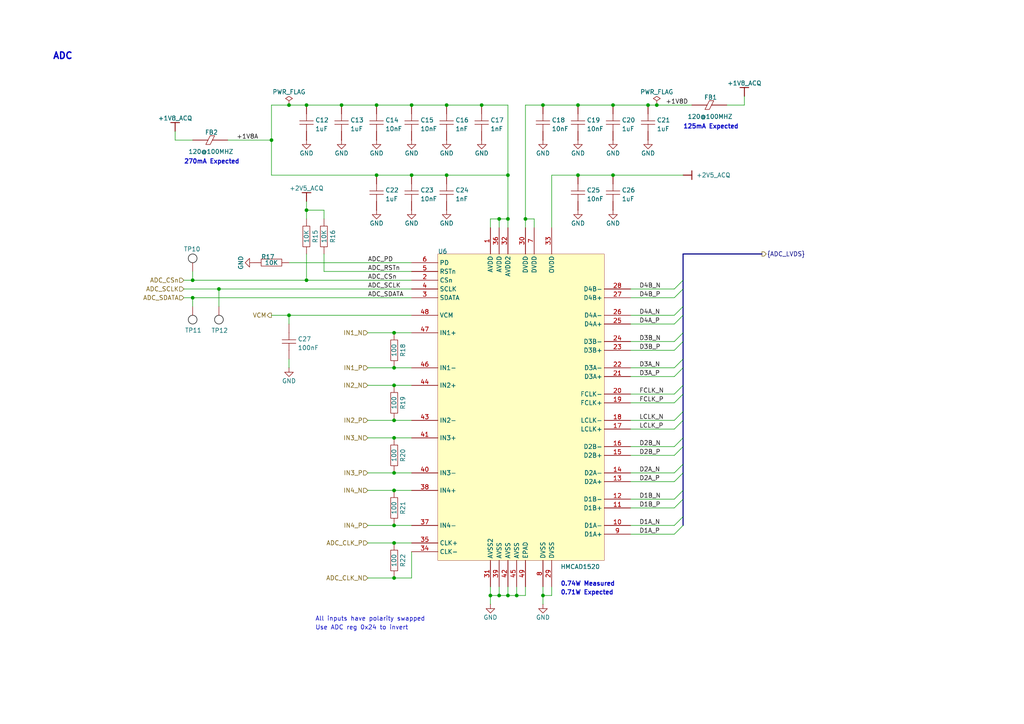
<source format=kicad_sch>
(kicad_sch (version 20241004) (generator "eeschema") (generator_version "8.99")
  (paper "A4")
  (title_block (title "ThunderScope") (rev "5") (company "EEVengers"))
  (lib_symbols
    (symbol "Thunderscope_Rev5:+1V8_ACQ_BAR" (power)
      (property "Value" "+1V8_ACQ" (at 0 -3.81 0))
      (symbol "+1V8_ACQ_BAR_0_0"
        (polyline (pts (xy -1.27 -2.54) (xy 1.27 -2.54)) (stroke (width 0.254)))
        (polyline (pts (xy 0 0) (xy 0 -2.54)) (stroke (width 0.254)))
        (pin power_in line (at 0 0 0) (length 0) (hide yes) (name "+1V8_ACQ") (number ""))
      )
    )
    (symbol "Thunderscope_Rev5:+2V5_ACQ_BAR" (power)
      (property "Value" "+2V5_ACQ" (at 0 -3.81 0))
      (symbol "+2V5_ACQ_BAR_0_0"
        (polyline (pts (xy -1.27 -2.54) (xy 1.27 -2.54)) (stroke (width 0.254)))
        (polyline (pts (xy 0 0) (xy 0 -2.54)) (stroke (width 0.254)))
        (pin power_in line (at 0 0 0) (length 0) (hide yes) (name "+2V5_ACQ") (number ""))
      )
    )
    (symbol "Thunderscope_Rev5:CAP 100nF 16V X7R 0402" (pin_numbers (hide yes)) (pin_names (hide yes))
      (property "Reference" "C" (at 0 0 0))
      (property "Value" "${ALTIUM_VALUE}" (at 0 0 0))
      (symbol "CAP 100nF 16V X7R 0402_1_0"
        (polyline (pts (xy -2 0.5) (xy 2 0.5)))
        (polyline (pts (xy -2 -0.5) (xy 2 -0.5)))
        (polyline (pts (xy 0 2.54) (xy 0 0.5)))
        (polyline (pts (xy 0 -2.54) (xy 0 -0.5)))
        (pin passive line (at 0 5.08 270) (length 2.54) (name "2") (number "2"))
        (pin passive line (at 0 -5.08 90) (length 2.54) (name "1") (number "1"))
      )
    )
    (symbol "Thunderscope_Rev5:CAP 10nF 50V X7R 0402" (pin_numbers (hide yes)) (pin_names (hide yes))
      (property "Reference" "C" (at 0 0 0))
      (property "Value" "${ALTIUM_VALUE}" (at 0 0 0))
      (symbol "CAP 10nF 50V X7R 0402_1_0"
        (polyline (pts (xy -2 0.5) (xy 2 0.5)))
        (polyline (pts (xy -2 -0.5) (xy 2 -0.5)))
        (polyline (pts (xy 0 2.54) (xy 0 0.5)))
        (polyline (pts (xy 0 -2.54) (xy 0 -0.5)))
        (pin passive line (at 0 5.08 270) (length 2.54) (name "2") (number "2"))
        (pin passive line (at 0 -5.08 90) (length 2.54) (name "1") (number "1"))
      )
    )
    (symbol "Thunderscope_Rev5:CAP 1nF 50V C0G 0402" (pin_numbers (hide yes)) (pin_names (hide yes))
      (property "Reference" "C" (at 0 0 0))
      (property "Value" "${ALTIUM_VALUE}" (at 0 0 0))
      (symbol "CAP 1nF 50V C0G 0402_1_0"
        (polyline (pts (xy -2 0.5) (xy 2 0.5)))
        (polyline (pts (xy -2 -0.5) (xy 2 -0.5)))
        (polyline (pts (xy 0 2.54) (xy 0 0.5)))
        (polyline (pts (xy 0 -2.54) (xy 0 -0.5)))
        (pin passive line (at 0 5.08 270) (length 2.54) (name "2") (number "2"))
        (pin passive line (at 0 -5.08 90) (length 2.54) (name "1") (number "1"))
      )
    )
    (symbol "Thunderscope_Rev5:CAP 1uF 25V X5R 0402" (pin_numbers (hide yes)) (pin_names (hide yes))
      (property "Reference" "C" (at 0 0 0))
      (property "Value" "${ALTIUM_VALUE}" (at 0 0 0))
      (symbol "CAP 1uF 25V X5R 0402_1_0"
        (polyline (pts (xy 0 2.54) (xy 0 0.5)))
        (polyline (pts (xy 0 -2.54) (xy 0 -0.5)))
        (polyline (pts (xy 2 0.5) (xy -2 0.5)))
        (polyline (pts (xy 2 -0.5) (xy -2 -0.5)))
        (pin passive line (at 0 5.08 270) (length 2.54) (name "1") (number "1"))
        (pin passive line (at 0 -5.08 90) (length 2.54) (name "2") (number "2"))
      )
    )
    (symbol "Thunderscope_Rev5:FERRITE BEAD 120 OHM 0402" (pin_numbers (hide yes)) (pin_names (hide yes))
      (property "Reference" "F" (at 0 0 0))
      (property "Value" "120@100MHZ" (at 0 0 0))
      (symbol "FERRITE BEAD 120 OHM 0402_1_0"
        (polyline (pts (xy 0 1.27) (xy -1.27 -1.27) (xy 0 -1.27) (xy 1.27 1.27) (xy 0 1.27)))
        (pin passive line (at -5.08 0 0) (length 4.445) (name "1") (number "1"))
        (pin passive line (at 5.08 0 180) (length 4.445) (name "2") (number "2"))
      )
    )
    (symbol "Thunderscope_Rev5:GND" (power) (pin_numbers (hide yes)) (pin_names (offset 0) (hide yes))
      (property "Value" "GND" (at 0 -3.81 0))
      (symbol "GND_0_1"
        (polyline (pts (xy 0 0) (xy 0 -1.27) (xy 1.27 -1.27) (xy 0 -2.54) (xy -1.27 -1.27) (xy 0 -1.27)))
      )
      (symbol "GND_1_1"
        (pin power_in line (at 0 0 270) (length 0) (name "~") (number "1"))
      )
    )
    (symbol "Thunderscope_Rev5:IC ADC HMCAD1520"
      (property "Reference" "U" (at 0 0 0))
      (property "Value" "HMCAD1520" (at 0 0 0))
      (symbol "IC ADC HMCAD1520_1_0"
        (rectangle (start 25.4 45.72) (end -22.86 -43.18) (stroke (width 0.0254) (color 128 0 0 1)) (fill (type background)))
        (pin input line (at -30.48 43.18 0) (length 7.62) (name "PD") (number "6"))
        (pin input line (at -30.48 40.64 0) (length 7.62) (name "RSTn") (number "5"))
        (pin input line (at -30.48 38.1 0) (length 7.62) (name "CSn") (number "2"))
        (pin input line (at -30.48 35.56 0) (length 7.62) (name "SCLK") (number "4"))
        (pin bidirectional line (at -30.48 33.02 0) (length 7.62) (name "SDATA") (number "3"))
        (pin output line (at -30.48 27.94 0) (length 7.62) (name "VCM") (number "48"))
        (pin input line (at -30.48 22.86 0) (length 7.62) (name "IN1+") (number "47"))
        (pin input line (at -30.48 12.7 0) (length 7.62) (name "IN1-") (number "46"))
        (pin input line (at -30.48 7.62 0) (length 7.62) (name "IN2+") (number "44"))
        (pin input line (at -30.48 -2.54 0) (length 7.62) (name "IN2-") (number "43"))
        (pin input line (at -30.48 -7.62 0) (length 7.62) (name "IN3+") (number "41"))
        (pin input line (at -30.48 -17.78 0) (length 7.62) (name "IN3-") (number "40"))
        (pin input line (at -30.48 -22.86 0) (length 7.62) (name "IN4+") (number "38"))
        (pin input line (at -30.48 -33.02 0) (length 7.62) (name "IN4-") (number "37"))
        (pin input line (at -30.48 -38.1 0) (length 7.62) (name "CLK+") (number "35"))
        (pin input line (at -30.48 -40.64 0) (length 7.62) (name "CLK-") (number "34"))
        (pin power_in line (at -7.62 53.34 270) (length 7.62) (name "AVDD") (number "1"))
        (pin power_in line (at -7.62 -50.8 90) (length 7.62) (name "AVSS2") (number "31"))
        (pin power_in line (at -5.08 53.34 270) (length 7.62) (name "AVDD") (number "36"))
        (pin power_in line (at -5.08 -50.8 90) (length 7.62) (name "AVSS") (number "39"))
        (pin power_in line (at -2.54 53.34 270) (length 7.62) (name "AVDD2") (number "32"))
        (pin power_in line (at -2.54 -50.8 90) (length 7.62) (name "AVSS") (number "42"))
        (pin power_in line (at 0 -50.8 90) (length 7.62) (name "AVSS") (number "45"))
        (pin power_in line (at 2.54 53.34 270) (length 7.62) (name "DVDD") (number "30"))
        (pin power_in line (at 2.54 -50.8 90) (length 7.62) (name "EPAD") (number "49"))
        (pin power_in line (at 5.08 53.34 270) (length 7.62) (name "DVDD") (number "7"))
        (pin power_in line (at 7.62 -50.8 90) (length 7.62) (name "DVSS") (number "8"))
        (pin power_in line (at 10.16 53.34 270) (length 7.62) (name "OVDD") (number "33"))
        (pin power_in line (at 10.16 -50.8 90) (length 7.62) (name "DVSS") (number "29"))
        (pin output line (at 33.02 35.56 180) (length 7.62) (name "D4B-") (number "28"))
        (pin output line (at 33.02 33.02 180) (length 7.62) (name "D4B+") (number "27"))
        (pin output line (at 33.02 27.94 180) (length 7.62) (name "D4A-") (number "26"))
        (pin output line (at 33.02 25.4 180) (length 7.62) (name "D4A+") (number "25"))
        (pin output line (at 33.02 20.32 180) (length 7.62) (name "D3B-") (number "24"))
        (pin output line (at 33.02 17.78 180) (length 7.62) (name "D3B+") (number "23"))
        (pin output line (at 33.02 12.7 180) (length 7.62) (name "D3A-") (number "22"))
        (pin output line (at 33.02 10.16 180) (length 7.62) (name "D3A+") (number "21"))
        (pin output line (at 33.02 5.08 180) (length 7.62) (name "FCLK-") (number "20"))
        (pin output line (at 33.02 2.54 180) (length 7.62) (name "FCLK+") (number "19"))
        (pin output line (at 33.02 -2.54 180) (length 7.62) (name "LCLK-") (number "18"))
        (pin output line (at 33.02 -5.08 180) (length 7.62) (name "LCLK+") (number "17"))
        (pin output line (at 33.02 -10.16 180) (length 7.62) (name "D2B-") (number "16"))
        (pin output line (at 33.02 -12.7 180) (length 7.62) (name "D2B+") (number "15"))
        (pin output line (at 33.02 -17.78 180) (length 7.62) (name "D2A-") (number "14"))
        (pin output line (at 33.02 -20.32 180) (length 7.62) (name "D2A+") (number "13"))
        (pin output line (at 33.02 -25.4 180) (length 7.62) (name "D1B-") (number "12"))
        (pin output line (at 33.02 -27.94 180) (length 7.62) (name "D1B+") (number "11"))
        (pin output line (at 33.02 -33.02 180) (length 7.62) (name "D1A-") (number "10"))
        (pin output line (at 33.02 -35.56 180) (length 7.62) (name "D1A+") (number "9"))
      )
    )
    (symbol "Thunderscope_Rev5:RES 100 OHM 1% 1/10W 0402" (pin_numbers (hide yes)) (pin_names (hide yes))
      (property "Reference" "R" (at 0 0 0))
      (property "Value" "${ALTIUM_VALUE}" (at 0 0 0))
      (symbol "RES 100 OHM 1% 1/10W 0402_1_0"
        (rectangle (start 3 0.976) (end -3 -1.056))
        (pin passive line (at -5.08 0 0) (length 2) (name "1") (number "1"))
        (pin passive line (at 5.08 0 180) (length 2) (name "2") (number "2"))
      )
    )
    (symbol "Thunderscope_Rev5:RES 10K OHM 1% 1/10W 0402" (pin_numbers (hide yes)) (pin_names (hide yes))
      (property "Reference" "R" (at 0 0 0))
      (property "Value" "${ALTIUM_VALUE}" (at 0 0 0))
      (symbol "RES 10K OHM 1% 1/10W 0402_1_0"
        (rectangle (start 3 1.056) (end -3 -0.976))
        (pin passive line (at -5.08 0 0) (length 2) (name "2") (number "2"))
        (pin passive line (at 5.08 0 180) (length 2) (name "1") (number "1"))
      )
    )
    (symbol "Thunderscope_Rev5:TP PCB 1mm" (pin_numbers (hide yes)) (pin_names (hide yes))
      (property "Reference" "T" (at 0 0 0))
      (property "Value" "PCB" (at 0 0 0))
      (symbol "TP PCB 1mm_1_0"
        (circle (center 3.81 0) (radius 1.27) (stroke (width 0) (color 0 0 0 1)))
        (pin passive line (at 0 0 0) (length 2.54) (name "1") (number "1"))
      )
    )
    (symbol "power:PWR_FLAG" (power) (pin_numbers (hide yes)) (pin_names (offset 0) (hide yes))
      (property "Value" "PWR_FLAG" (at 0 3.81 0))
      (symbol "PWR_FLAG_0_0"
        (pin power_out line (at 0 0 90) (length 0) (name "~") (number "1"))
      )
      (symbol "PWR_FLAG_0_1"
        (polyline (pts (xy 0 0) (xy 0 1.27) (xy -1.016 1.905) (xy 0 2.54) (xy 1.016 1.905) (xy 0 1.27)))
      )
    )
  )
  (bus_alias "ADC_LVDS" (members "D4B_N" "D4B_P" "D4A_N" "D4A_P" "D3B_N" "D3B_P" "D3A_N" "D3A_P" "FCLK_N" "FCLK_P" "LCLK_N" "LCLK_P" "D2B_N" "D2B_P" "D2A_N" "D2A_P" "D1B_N" "D1B_P" "D1A_N" "D1A_P"))
  (text "270mA Expected" (at 53.34 46.99 0) (effects (font (size 1.27 1.27) (thickness 0.254) (bold yes)) (justify left)))
  (text "Use ADC reg 0x24 to invert" (at 91.44 182.88 0) (effects (font (size 1.27 1.27)) (justify left bottom)))
  (text "125mA Expected" (at 198.12 36.83 0) (effects (font (size 1.27 1.27) (thickness 0.254) (bold yes)) (justify left)))
  (text "ADC" (at 15.24 15.24 0) (effects (font (size 1.905 1.905) (thickness 0.381) (bold yes)) (justify left top)))
  (text "0.74W Measured" (at 162.56 170.18 0) (effects (font (size 1.27 1.27) (thickness 0.254) (bold yes)) (justify left bottom)))
  (text "All inputs have polarity swapped" (at 91.44 180.34 0) (effects (font (size 1.27 1.27)) (justify left bottom)))
  (text "0.71W Expected" (at 162.56 172.72 0) (effects (font (size 1.27 1.27) (thickness 0.254) (bold yes)) (justify left bottom)))
  (junction (at 177.8 50.8))
  (junction (at 83.82 30.48))
  (junction (at 119.38 50.8))
  (junction (at 129.54 50.8))
  (junction (at 114.3 167.64))
  (junction (at 157.48 30.48))
  (junction (at 99.06 30.48))
  (junction (at 157.48 172.72))
  (junction (at 142.24 172.72))
  (junction (at 152.4 63.5))
  (junction (at 177.8 30.48))
  (junction (at 144.78 63.5))
  (junction (at 114.3 106.68))
  (junction (at 129.54 30.48))
  (junction (at 88.9 60.96))
  (junction (at 63.5 83.82))
  (junction (at 139.7 30.48))
  (junction (at 114.3 157.48))
  (junction (at 114.3 142.24))
  (junction (at 144.78 172.72))
  (junction (at 55.88 86.36))
  (junction (at 83.82 91.44))
  (junction (at 114.3 137.16))
  (junction (at 114.3 127))
  (junction (at 190.5 30.48))
  (junction (at 147.32 50.8))
  (junction (at 88.9 30.48))
  (junction (at 119.38 30.48))
  (junction (at 147.32 172.72))
  (junction (at 78.74 40.64))
  (junction (at 147.32 63.5))
  (junction (at 114.3 152.4))
  (junction (at 55.88 81.28))
  (junction (at 167.64 30.48))
  (junction (at 114.3 121.92))
  (junction (at 114.3 96.52))
  (junction (at 88.9 81.28))
  (junction (at 149.86 172.72))
  (junction (at 109.22 50.8))
  (junction (at 167.64 50.8))
  (junction (at 109.22 30.48))
  (junction (at 187.96 30.48))
  (junction (at 114.3 111.76))
  (bus_entry (at 195.58 139.7) (size 2.54 -2.54))
  (bus_entry (at 195.58 121.92) (size 2.54 -2.54))
  (bus_entry (at 195.58 86.36) (size 2.54 -2.54))
  (bus_entry (at 195.58 114.3) (size 2.54 -2.54))
  (bus_entry (at 195.58 129.54) (size 2.54 -2.54))
  (bus_entry (at 195.58 91.44) (size 2.54 -2.54))
  (bus_entry (at 195.58 124.46) (size 2.54 -2.54))
  (bus_entry (at 195.58 132.08) (size 2.54 -2.54))
  (bus_entry (at 195.58 144.78) (size 2.54 -2.54))
  (bus_entry (at 195.58 116.84) (size 2.54 -2.54))
  (bus_entry (at 195.58 106.68) (size 2.54 -2.54))
  (bus_entry (at 195.58 147.32) (size 2.54 -2.54))
  (bus_entry (at 195.58 93.98) (size 2.54 -2.54))
  (bus_entry (at 195.58 154.94) (size 2.54 -2.54))
  (bus_entry (at 195.58 99.06) (size 2.54 -2.54))
  (bus_entry (at 195.58 83.82) (size 2.54 -2.54))
  (bus_entry (at 195.58 109.22) (size 2.54 -2.54))
  (bus_entry (at 195.58 137.16) (size 2.54 -2.54))
  (bus_entry (at 195.58 152.4) (size 2.54 -2.54))
  (bus_entry (at 195.58 101.6) (size 2.54 -2.54))
  (wire (pts (xy 106.68 106.68) (xy 114.3 106.68)))
  (wire (pts (xy 144.78 63.5) (xy 144.78 66.04)))
  (wire (pts (xy 109.22 30.48) (xy 99.06 30.48)))
  (wire (pts (xy 53.34 83.82) (xy 63.5 83.82)))
  (wire (pts (xy 142.24 175.26) (xy 142.24 172.72)))
  (wire (pts (xy 149.86 170.18) (xy 149.86 172.72)))
  (wire (pts (xy 152.4 66.04) (xy 152.4 63.5)))
  (wire (pts (xy 88.9 60.96) (xy 93.98 60.96)))
  (wire (pts (xy 149.86 172.72) (xy 147.32 172.72)))
  (wire (pts (xy 182.88 86.36) (xy 195.58 86.36)))
  (wire (pts (xy 83.82 93.98) (xy 83.82 91.44)))
  (bus (pts (xy 198.12 73.66) (xy 220.98 73.66)))
  (wire (pts (xy 114.3 152.4) (xy 119.38 152.4)))
  (wire (pts (xy 83.82 30.48) (xy 78.74 30.48)))
  (wire (pts (xy 88.9 81.28) (xy 119.38 81.28)))
  (wire (pts (xy 78.74 30.48) (xy 78.74 40.64)))
  (bus (pts (xy 198.12 127) (xy 198.12 129.54)))
  (wire (pts (xy 144.78 170.18) (xy 144.78 172.72)))
  (bus (pts (xy 198.12 114.3) (xy 198.12 119.38)))
  (wire (pts (xy 187.96 30.48) (xy 177.8 30.48)))
  (wire (pts (xy 78.74 40.64) (xy 78.74 50.8)))
  (bus (pts (xy 198.12 111.76) (xy 198.12 114.3)))
  (wire (pts (xy 198.12 50.8) (xy 177.8 50.8)))
  (bus (pts (xy 198.12 83.82) (xy 198.12 88.9)))
  (wire (pts (xy 160.02 50.8) (xy 160.02 66.04)))
  (wire (pts (xy 152.4 63.5) (xy 154.94 63.5)))
  (wire (pts (xy 106.68 157.48) (xy 114.3 157.48)))
  (bus (pts (xy 198.12 129.54) (xy 198.12 134.62)))
  (wire (pts (xy 177.8 30.48) (xy 167.64 30.48)))
  (wire (pts (xy 88.9 63.5) (xy 88.9 60.96)))
  (wire (pts (xy 109.22 50.8) (xy 119.38 50.8)))
  (wire (pts (xy 63.5 83.82) (xy 119.38 83.82)))
  (wire (pts (xy 114.3 121.92) (xy 119.38 121.92)))
  (wire (pts (xy 147.32 63.5) (xy 147.32 50.8)))
  (wire (pts (xy 106.68 121.92) (xy 114.3 121.92)))
  (wire (pts (xy 93.98 60.96) (xy 93.98 63.5)))
  (wire (pts (xy 106.68 152.4) (xy 114.3 152.4)))
  (wire (pts (xy 106.68 142.24) (xy 114.3 142.24)))
  (wire (pts (xy 53.34 86.36) (xy 55.88 86.36)))
  (wire (pts (xy 195.58 99.06) (xy 182.88 99.06)))
  (wire (pts (xy 182.88 116.84) (xy 195.58 116.84)))
  (wire (pts (xy 106.68 127) (xy 114.3 127)))
  (wire (pts (xy 129.54 50.8) (xy 119.38 50.8)))
  (bus (pts (xy 198.12 121.92) (xy 198.12 127)))
  (wire (pts (xy 88.9 81.28) (xy 88.9 73.66)))
  (bus (pts (xy 198.12 88.9) (xy 198.12 91.44)))
  (bus (pts (xy 198.12 81.28) (xy 198.12 83.82)))
  (wire (pts (xy 177.8 50.8) (xy 167.64 50.8)))
  (wire (pts (xy 119.38 30.48) (xy 109.22 30.48)))
  (bus (pts (xy 198.12 149.86) (xy 198.12 152.4)))
  (wire (pts (xy 152.4 172.72) (xy 149.86 172.72)))
  (wire (pts (xy 195.58 106.68) (xy 182.88 106.68)))
  (bus (pts (xy 198.12 104.14) (xy 198.12 106.68)))
  (wire (pts (xy 182.88 139.7) (xy 195.58 139.7)))
  (wire (pts (xy 160.02 172.72) (xy 157.48 172.72)))
  (wire (pts (xy 152.4 170.18) (xy 152.4 172.72)))
  (bus (pts (xy 198.12 73.66) (xy 198.12 81.28)))
  (wire (pts (xy 195.58 137.16) (xy 182.88 137.16)))
  (wire (pts (xy 114.3 142.24) (xy 119.38 142.24)))
  (wire (pts (xy 106.68 96.52) (xy 114.3 96.52)))
  (wire (pts (xy 78.74 91.44) (xy 83.82 91.44)))
  (wire (pts (xy 139.7 30.48) (xy 129.54 30.48)))
  (bus (pts (xy 198.12 91.44) (xy 198.12 96.52)))
  (bus (pts (xy 198.12 119.38) (xy 198.12 121.92)))
  (wire (pts (xy 147.32 30.48) (xy 139.7 30.48)))
  (wire (pts (xy 83.82 91.44) (xy 119.38 91.44)))
  (wire (pts (xy 195.58 91.44) (xy 182.88 91.44)))
  (wire (pts (xy 182.88 124.46) (xy 195.58 124.46)))
  (wire (pts (xy 63.5 88.9) (xy 63.5 83.82)))
  (wire (pts (xy 157.48 172.72) (xy 157.48 170.18)))
  (wire (pts (xy 114.3 167.64) (xy 119.38 167.64)))
  (wire (pts (xy 147.32 50.8) (xy 147.32 30.48)))
  (wire (pts (xy 119.38 78.74) (xy 93.98 78.74)))
  (wire (pts (xy 195.58 144.78) (xy 182.88 144.78)))
  (wire (pts (xy 195.58 114.3) (xy 182.88 114.3)))
  (wire (pts (xy 210.82 30.48) (xy 215.9 30.48)))
  (wire (pts (xy 78.74 50.8) (xy 109.22 50.8)))
  (wire (pts (xy 106.68 111.76) (xy 114.3 111.76)))
  (wire (pts (xy 106.68 137.16) (xy 114.3 137.16)))
  (wire (pts (xy 200.66 30.48) (xy 190.5 30.48)))
  (wire (pts (xy 160.02 170.18) (xy 160.02 172.72)))
  (wire (pts (xy 142.24 66.04) (xy 142.24 63.5)))
  (wire (pts (xy 144.78 63.5) (xy 147.32 63.5)))
  (wire (pts (xy 195.58 83.82) (xy 182.88 83.82)))
  (wire (pts (xy 167.64 50.8) (xy 160.02 50.8)))
  (wire (pts (xy 195.58 129.54) (xy 182.88 129.54)))
  (wire (pts (xy 88.9 60.96) (xy 88.9 58.42)))
  (wire (pts (xy 147.32 63.5) (xy 147.32 66.04)))
  (wire (pts (xy 182.88 154.94) (xy 195.58 154.94)))
  (wire (pts (xy 152.4 30.48) (xy 152.4 63.5)))
  (wire (pts (xy 55.88 78.74) (xy 55.88 81.28)))
  (wire (pts (xy 182.88 101.6) (xy 195.58 101.6)))
  (wire (pts (xy 142.24 172.72) (xy 144.78 172.72)))
  (wire (pts (xy 114.3 106.68) (xy 119.38 106.68)))
  (wire (pts (xy 99.06 30.48) (xy 88.9 30.48)))
  (wire (pts (xy 119.38 167.64) (xy 119.38 160.02)))
  (wire (pts (xy 167.64 30.48) (xy 157.48 30.48)))
  (wire (pts (xy 53.34 81.28) (xy 55.88 81.28)))
  (wire (pts (xy 114.3 127) (xy 119.38 127)))
  (wire (pts (xy 55.88 88.9) (xy 55.88 86.36)))
  (wire (pts (xy 66.04 40.64) (xy 78.74 40.64)))
  (wire (pts (xy 182.88 147.32) (xy 195.58 147.32)))
  (bus (pts (xy 198.12 144.78) (xy 198.12 149.86)))
  (bus (pts (xy 198.12 99.06) (xy 198.12 104.14)))
  (wire (pts (xy 182.88 132.08) (xy 195.58 132.08)))
  (wire (pts (xy 142.24 63.5) (xy 144.78 63.5)))
  (wire (pts (xy 147.32 50.8) (xy 129.54 50.8)))
  (wire (pts (xy 50.8 38.1) (xy 50.8 40.64)))
  (bus (pts (xy 198.12 137.16) (xy 198.12 142.24)))
  (wire (pts (xy 55.88 86.36) (xy 119.38 86.36)))
  (bus (pts (xy 198.12 142.24) (xy 198.12 144.78)))
  (bus (pts (xy 198.12 96.52) (xy 198.12 99.06)))
  (wire (pts (xy 50.8 40.64) (xy 55.88 40.64)))
  (wire (pts (xy 182.88 109.22) (xy 195.58 109.22)))
  (wire (pts (xy 93.98 78.74) (xy 93.98 73.66)))
  (wire (pts (xy 157.48 30.48) (xy 152.4 30.48)))
  (wire (pts (xy 88.9 30.48) (xy 83.82 30.48)))
  (wire (pts (xy 144.78 172.72) (xy 147.32 172.72)))
  (wire (pts (xy 154.94 63.5) (xy 154.94 66.04)))
  (wire (pts (xy 114.3 137.16) (xy 119.38 137.16)))
  (wire (pts (xy 129.54 30.48) (xy 119.38 30.48)))
  (wire (pts (xy 147.32 170.18) (xy 147.32 172.72)))
  (wire (pts (xy 114.3 157.48) (xy 119.38 157.48)))
  (wire (pts (xy 215.9 30.48) (xy 215.9 27.94)))
  (bus (pts (xy 198.12 106.68) (xy 198.12 111.76)))
  (wire (pts (xy 114.3 111.76) (xy 119.38 111.76)))
  (bus (pts (xy 198.12 134.62) (xy 198.12 137.16)))
  (wire (pts (xy 119.38 76.2) (xy 83.82 76.2)))
  (wire (pts (xy 157.48 172.72) (xy 157.48 175.26)))
  (wire (pts (xy 190.5 30.48) (xy 187.96 30.48)))
  (wire (pts (xy 195.58 152.4) (xy 182.88 152.4)))
  (wire (pts (xy 182.88 93.98) (xy 195.58 93.98)))
  (wire (pts (xy 55.88 81.28) (xy 88.9 81.28)))
  (wire (pts (xy 83.82 106.68) (xy 83.82 104.14)))
  (wire (pts (xy 142.24 172.72) (xy 142.24 170.18)))
  (wire (pts (xy 114.3 96.52) (xy 119.38 96.52)))
  (wire (pts (xy 106.68 167.64) (xy 114.3 167.64)))
  (wire (pts (xy 195.58 121.92) (xy 182.88 121.92)))
  (label "FCLK_N" (at 185.42 114.3 0))
  (label "D1A_N" (at 185.42 152.4 0))
  (label "LCLK_N" (at 185.42 121.92 0))
  (label "D2B_P" (at 185.42 132.08 0))
  (label "D3A_P" (at 185.42 109.22 0))
  (label "D4B_N" (at 185.42 83.82 0))
  (label "ADC_CSn" (at 106.68 81.28 0))
  (label "FCLK_P" (at 185.42 116.84 0))
  (label "D4A_P" (at 185.42 93.98 0))
  (label "ADC_SCLK" (at 106.68 83.82 0))
  (label "D3B_N" (at 185.42 99.06 0))
  (label "D3B_P" (at 185.42 101.6 0))
  (label "D4B_P" (at 185.42 86.36 0))
  (label "D2B_N" (at 185.42 129.54 0))
  (label "D2A_P" (at 185.42 139.7 0))
  (label "+1V8D" (at 193.04 30.48 0))
  (label "D1A_P" (at 185.42 154.94 0))
  (label "ADC_SDATA" (at 106.68 86.36 0))
  (label "D3A_N" (at 185.42 106.68 0))
  (label "D2A_N" (at 185.42 137.16 0))
  (label "ADC_PD" (at 106.68 76.2 0))
  (label "D1B_P" (at 185.42 147.32 0))
  (label "ADC_RSTn" (at 106.68 78.74 0))
  (label "+1V8A" (at 68.58 40.64 0))
  (label "LCLK_P" (at 185.42 124.46 0))
  (label "D1B_N" (at 185.42 144.78 0))
  (label "D4A_N" (at 185.42 91.44 0))
  (hierarchical_label "IN4_N" (shape input) (at 106.68 142.24 180))
  (hierarchical_label "IN3_P" (shape input) (at 106.68 137.16 180))
  (hierarchical_label "ADC_CSn" (shape input) (at 53.34 81.28 180))
  (hierarchical_label "{ADC_LVDS}" (shape output) (at 220.98 73.66 0))
  (hierarchical_label "IN2_P" (shape input) (at 106.68 121.92 180))
  (hierarchical_label "IN1_P" (shape input) (at 106.68 106.68 180))
  (hierarchical_label "IN3_N" (shape input) (at 106.68 127 180))
  (hierarchical_label "ADC_CLK_N" (shape input) (at 106.68 167.64 180))
  (hierarchical_label "ADC_SDATA" (shape input) (at 53.34 86.36 180))
  (hierarchical_label "IN1_N" (shape input) (at 106.68 96.52 180))
  (hierarchical_label "IN2_N" (shape input) (at 106.68 111.76 180))
  (hierarchical_label "ADC_SCLK" (shape input) (at 53.34 83.82 180))
  (hierarchical_label "IN4_P" (shape input) (at 106.68 152.4 180))
  (hierarchical_label "VCM" (shape output) (at 78.74 91.44 180))
  (hierarchical_label "ADC_CLK_P" (shape input) (at 106.68 157.48 180))
  (symbol (lib_id "Thunderscope_Rev5:RES 100 OHM 1% 1/10W 0402") (at 114.3 101.6 90) (unit 1)
    (property "Reference" "R18" (at 116.84 101.6 0))
    (property "Value" "${ALTIUM_VALUE}" (at 114.3 101.6 0))
    (property "Footprint" "GEN_R_0402" (effects (hide yes)))
    (property "TOLERANCE" "1%" (effects (hide yes)))
    (property "PACKAGE" "0402" (effects (hide yes)))
    (property "ALTIUM_VALUE" "100" (effects (hide yes)))
    (property "SUPPLIER 1" "Mouser" (effects (hide yes)))
    (property "SUPPLIER PART NUMBER 1" "603-RC0402FR-07100RL" (effects (hide yes)))
    (property "MANUFACTURER" "Yageo" (effects (hide yes)))
    (property "MANUFACTURER PART NUMBER" "RC0402FR-07100RL" (effects (hide yes)))
  )
  (symbol (lib_id "Thunderscope_Rev5:CAP 1nF 50V C0G 0402") (at 139.7 35.56 0) (unit 1)
    (property "Reference" "C17" (at 142.24 35.56 0) (effects (justify left bottom)))
    (property "Value" "${ALTIUM_VALUE}" (at 142.24 38.1 0) (effects (justify left bottom)))
    (property "Footprint" "GEN_C_0402" (effects (hide yes)))
    (property "PACKAGE" "0402" (effects (hide yes)))
    (property "VOLTAGE RATING" "50V" (effects (hide yes)))
    (property "SUPPLIER 1" "Mouser" (effects (hide yes)))
    (property "SUPPLIER PART NUMBER 1" "81-GRM1555C1H102FA1D" (effects (hide yes)))
    (property "ALTIUM_VALUE" "1nF" (effects (hide yes)))
    (property "MANUFACTURER" "Murata" (effects (hide yes)))
    (property "MANUFACTURER PART NUMBER" "GRM1555C1H102FA01D" (effects (hide yes)))
  )
  (symbol (lib_id "Thunderscope_Rev5:CAP 10nF 50V X7R 0402") (at 109.22 35.56 0) (unit 1)
    (property "Reference" "C14" (at 111.76 35.56 0) (effects (justify left bottom)))
    (property "Value" "${ALTIUM_VALUE}" (at 111.76 38.1 0) (effects (justify left bottom)))
    (property "Footprint" "GEN_C_0402" (effects (hide yes)))
    (property "PACKAGE" "0402" (effects (hide yes)))
    (property "VOLTAGE RATING" "50V" (effects (hide yes)))
    (property "SUPPLIER 1" "Mouser" (effects (hide yes)))
    (property "SUPPLIER PART NUMBER 1" "81-GRM155R71H103KA8J" (effects (hide yes)))
    (property "ALTIUM_VALUE" "10nF" (effects (hide yes)))
    (property "HOUSE PART NUMBER" "C-10nF-0402-002" (effects (hide yes)))
    (property "MANUFACTURER" "Murata" (effects (hide yes)))
    (property "MANUFACTURER PART NUMBER" "GRM155R71H103KA88J" (effects (hide yes)))
  )
  (symbol (lib_id "Thunderscope_Rev5:CAP 10nF 50V X7R 0402") (at 167.64 55.88 0) (unit 1)
    (property "Reference" "C25" (at 170.18 55.88 0) (effects (justify left bottom)))
    (property "Value" "${ALTIUM_VALUE}" (at 170.18 58.42 0) (effects (justify left bottom)))
    (property "Footprint" "GEN_C_0402" (effects (hide yes)))
    (property "PACKAGE" "0402" (effects (hide yes)))
    (property "VOLTAGE RATING" "50V" (effects (hide yes)))
    (property "SUPPLIER 1" "Mouser" (effects (hide yes)))
    (property "SUPPLIER PART NUMBER 1" "81-GRM155R71H103KA8J" (effects (hide yes)))
    (property "ALTIUM_VALUE" "10nF" (effects (hide yes)))
    (property "HOUSE PART NUMBER" "C-10nF-0402-002" (effects (hide yes)))
    (property "MANUFACTURER" "Murata" (effects (hide yes)))
    (property "MANUFACTURER PART NUMBER" "GRM155R71H103KA88J" (effects (hide yes)))
  )
  (symbol (lib_id "Thunderscope_Rev5:CAP 1uF 25V X5R 0402") (at 88.9 35.56 0) (unit 1)
    (property "Reference" "C12" (at 91.44 35.56 0) (effects (justify left bottom)))
    (property "Value" "${ALTIUM_VALUE}" (at 91.44 38.1 0) (effects (justify left bottom)))
    (property "Footprint" "GEN_C_0402" (effects (hide yes)))
    (property "PACKAGE" "0402" (effects (hide yes)))
    (property "VOLTAGE RATING" "25V" (effects (hide yes)))
    (property "SUPPLIER 1" "Mouser" (effects (hide yes)))
    (property "SUPPLIER PART NUMBER 1" "81-GRM155R61E105KA2D" (effects (hide yes)))
    (property "ALTIUM_VALUE" "1uF" (effects (hide yes)))
    (property "MANUFACTURER" "Murata" (effects (hide yes)))
    (property "MANUFACTURER PART NUMBER" "GRM155R61E105KA12D" (effects (hide yes)))
  )
  (symbol (lib_id "Thunderscope_Rev5:CAP 10nF 50V X7R 0402") (at 119.38 35.56 0) (unit 1)
    (property "Reference" "C15" (at 121.92 35.56 0) (effects (justify left bottom)))
    (property "Value" "${ALTIUM_VALUE}" (at 121.92 38.1 0) (effects (justify left bottom)))
    (property "Footprint" "GEN_C_0402" (effects (hide yes)))
    (property "PACKAGE" "0402" (effects (hide yes)))
    (property "VOLTAGE RATING" "50V" (effects (hide yes)))
    (property "SUPPLIER 1" "Mouser" (effects (hide yes)))
    (property "SUPPLIER PART NUMBER 1" "81-GRM155R71H103KA8J" (effects (hide yes)))
    (property "ALTIUM_VALUE" "10nF" (effects (hide yes)))
    (property "HOUSE PART NUMBER" "C-10nF-0402-002" (effects (hide yes)))
    (property "MANUFACTURER" "Murata" (effects (hide yes)))
    (property "MANUFACTURER PART NUMBER" "GRM155R71H103KA88J" (effects (hide yes)))
  )
  (symbol (lib_id "Thunderscope_Rev5:CAP 10nF 50V X7R 0402") (at 157.48 35.56 0) (unit 1)
    (property "Reference" "C18" (at 160.02 35.56 0) (effects (justify left bottom)))
    (property "Value" "${ALTIUM_VALUE}" (at 160.02 38.1 0) (effects (justify left bottom)))
    (property "Footprint" "GEN_C_0402" (effects (hide yes)))
    (property "PACKAGE" "0402" (effects (hide yes)))
    (property "VOLTAGE RATING" "50V" (effects (hide yes)))
    (property "SUPPLIER 1" "Mouser" (effects (hide yes)))
    (property "SUPPLIER PART NUMBER 1" "81-GRM155R71H103KA8J" (effects (hide yes)))
    (property "ALTIUM_VALUE" "10nF" (effects (hide yes)))
    (property "HOUSE PART NUMBER" "C-10nF-0402-002" (effects (hide yes)))
    (property "MANUFACTURER" "Murata" (effects (hide yes)))
    (property "MANUFACTURER PART NUMBER" "GRM155R71H103KA88J" (effects (hide yes)))
  )
  (symbol (lib_id "Thunderscope_Rev5:FERRITE BEAD 120 OHM 0402") (at 205.74 30.48 0) (unit 1)
    (property "Reference" "FB1" (at 204.216 28.956 0) (effects (justify left bottom)))
    (property "Value" "120@100MHZ" (at 199.39 34.544 0) (effects (justify left bottom)))
    (property "Footprint" "GEN_R_0402" (effects (hide yes)))
    (property "SUPPLIER 1" "Mouser" (effects (hide yes)))
    (property "SUPPLIER PART NUMBER 1" "81-BLM15PX121SN1D" (effects (hide yes)))
    (property "HOUSE PART NUMBER" "BLM15PX121SN1D" (effects (hide yes)))
    (property "MANUFACTURER" "Murata" (effects (hide yes)))
    (property "MANUFACTURER PART NUMBER" "BLM15PX121SN1D" (effects (hide yes)))
  )
  (symbol (lib_id "Thunderscope_Rev5:GND") (at 119.38 60.96 0) (unit 1)
    (property "Reference" "#PWR?" (effects (hide yes)))
    (property "Value" "GND" (at 119.38 64.77 0))
    (property "Description" "Power symbol creates a global label with name \"GND\" , ground" (effects (hide yes)))
  )
  (symbol (lib_id "Thunderscope_Rev5:CAP 1uF 25V X5R 0402") (at 177.8 55.88 0) (unit 1)
    (property "Reference" "C26" (at 180.34 55.88 0) (effects (justify left bottom)))
    (property "Value" "${ALTIUM_VALUE}" (at 180.34 58.42 0) (effects (justify left bottom)))
    (property "Footprint" "GEN_C_0402" (effects (hide yes)))
    (property "PACKAGE" "0402" (effects (hide yes)))
    (property "VOLTAGE RATING" "25V" (effects (hide yes)))
    (property "SUPPLIER 1" "Mouser" (effects (hide yes)))
    (property "SUPPLIER PART NUMBER 1" "81-GRM155R61E105KA2D" (effects (hide yes)))
    (property "ALTIUM_VALUE" "1uF" (effects (hide yes)))
    (property "MANUFACTURER" "Murata" (effects (hide yes)))
    (property "MANUFACTURER PART NUMBER" "GRM155R61E105KA12D" (effects (hide yes)))
  )
  (symbol (lib_id "Thunderscope_Rev5:CAP 1nF 50V C0G 0402") (at 129.54 55.88 0) (unit 1)
    (property "Reference" "C24" (at 132.08 55.88 0) (effects (justify left bottom)))
    (property "Value" "${ALTIUM_VALUE}" (at 132.08 58.42 0) (effects (justify left bottom)))
    (property "Footprint" "GEN_C_0402" (effects (hide yes)))
    (property "PACKAGE" "0402" (effects (hide yes)))
    (property "VOLTAGE RATING" "50V" (effects (hide yes)))
    (property "SUPPLIER 1" "Mouser" (effects (hide yes)))
    (property "SUPPLIER PART NUMBER 1" "81-GRM1555C1H102FA1D" (effects (hide yes)))
    (property "ALTIUM_VALUE" "1nF" (effects (hide yes)))
    (property "MANUFACTURER" "Murata" (effects (hide yes)))
    (property "MANUFACTURER PART NUMBER" "GRM1555C1H102FA01D" (effects (hide yes)))
  )
  (symbol (lib_id "Thunderscope_Rev5:+2V5_ACQ_BAR") (at 88.9 58.42 180) (unit 1)
    (property "Reference" "#PWR?" (effects (hide yes)))
    (property "Value" "+2V5_ACQ" (at 88.9 54.61 0))
  )
  (symbol (lib_id "Thunderscope_Rev5:CAP 10nF 50V X7R 0402") (at 167.64 35.56 0) (unit 1)
    (property "Reference" "C19" (at 170.18 35.56 0) (effects (justify left bottom)))
    (property "Value" "${ALTIUM_VALUE}" (at 170.18 38.1 0) (effects (justify left bottom)))
    (property "Footprint" "GEN_C_0402" (effects (hide yes)))
    (property "PACKAGE" "0402" (effects (hide yes)))
    (property "VOLTAGE RATING" "50V" (effects (hide yes)))
    (property "SUPPLIER 1" "Mouser" (effects (hide yes)))
    (property "SUPPLIER PART NUMBER 1" "81-GRM155R71H103KA8J" (effects (hide yes)))
    (property "ALTIUM_VALUE" "10nF" (effects (hide yes)))
    (property "HOUSE PART NUMBER" "C-10nF-0402-002" (effects (hide yes)))
    (property "MANUFACTURER" "Murata" (effects (hide yes)))
    (property "MANUFACTURER PART NUMBER" "GRM155R71H103KA88J" (effects (hide yes)))
  )
  (symbol (lib_id "Thunderscope_Rev5:GND") (at 157.48 175.26 0) (unit 1)
    (property "Reference" "#PWR?" (effects (hide yes)))
    (property "Value" "GND" (at 157.48 179.07 0))
    (property "Description" "Power symbol creates a global label with name \"GND\" , ground" (effects (hide yes)))
  )
  (symbol (lib_id "Thunderscope_Rev5:RES 100 OHM 1% 1/10W 0402") (at 114.3 116.84 90) (unit 1)
    (property "Reference" "R19" (at 116.84 116.84 0))
    (property "Value" "${ALTIUM_VALUE}" (at 114.3 116.84 0))
    (property "Footprint" "GEN_R_0402" (effects (hide yes)))
    (property "TOLERANCE" "1%" (effects (hide yes)))
    (property "PACKAGE" "0402" (effects (hide yes)))
    (property "ALTIUM_VALUE" "100" (effects (hide yes)))
    (property "SUPPLIER 1" "Mouser" (effects (hide yes)))
    (property "SUPPLIER PART NUMBER 1" "603-RC0402FR-07100RL" (effects (hide yes)))
    (property "MANUFACTURER" "Yageo" (effects (hide yes)))
    (property "MANUFACTURER PART NUMBER" "RC0402FR-07100RL" (effects (hide yes)))
  )
  (symbol (lib_id "Thunderscope_Rev5:GND") (at 109.22 40.64 0) (unit 1)
    (property "Reference" "#PWR?" (effects (hide yes)))
    (property "Value" "GND" (at 109.22 44.45 0))
    (property "Description" "Power symbol creates a global label with name \"GND\" , ground" (effects (hide yes)))
  )
  (symbol (lib_id "Thunderscope_Rev5:CAP 1uF 25V X5R 0402") (at 187.96 35.56 0) (unit 1)
    (property "Reference" "C21" (at 190.5 35.56 0) (effects (justify left bottom)))
    (property "Value" "${ALTIUM_VALUE}" (at 190.5 38.1 0) (effects (justify left bottom)))
    (property "Footprint" "GEN_C_0402" (effects (hide yes)))
    (property "PACKAGE" "0402" (effects (hide yes)))
    (property "VOLTAGE RATING" "25V" (effects (hide yes)))
    (property "SUPPLIER 1" "Mouser" (effects (hide yes)))
    (property "SUPPLIER PART NUMBER 1" "81-GRM155R61E105KA2D" (effects (hide yes)))
    (property "ALTIUM_VALUE" "1uF" (effects (hide yes)))
    (property "MANUFACTURER" "Murata" (effects (hide yes)))
    (property "MANUFACTURER PART NUMBER" "GRM155R61E105KA12D" (effects (hide yes)))
  )
  (symbol (lib_id "Thunderscope_Rev5:RES 100 OHM 1% 1/10W 0402") (at 114.3 162.56 90) (unit 1)
    (property "Reference" "R22" (at 116.84 162.56 0))
    (property "Value" "${ALTIUM_VALUE}" (at 114.3 162.56 0))
    (property "Footprint" "GEN_R_0402" (effects (hide yes)))
    (property "TOLERANCE" "1%" (effects (hide yes)))
    (property "PACKAGE" "0402" (effects (hide yes)))
    (property "ALTIUM_VALUE" "100" (effects (hide yes)))
    (property "SUPPLIER 1" "Mouser" (effects (hide yes)))
    (property "SUPPLIER PART NUMBER 1" "603-RC0402FR-07100RL" (effects (hide yes)))
    (property "MANUFACTURER" "Yageo" (effects (hide yes)))
    (property "MANUFACTURER PART NUMBER" "RC0402FR-07100RL" (effects (hide yes)))
  )
  (symbol (lib_id "Thunderscope_Rev5:GND") (at 167.64 60.96 0) (unit 1)
    (property "Reference" "#PWR?" (effects (hide yes)))
    (property "Value" "GND" (at 167.64 64.77 0))
    (property "Description" "Power symbol creates a global label with name \"GND\" , ground" (effects (hide yes)))
  )
  (symbol (lib_id "Thunderscope_Rev5:GND") (at 142.24 175.26 0) (unit 1)
    (property "Reference" "#PWR?" (effects (hide yes)))
    (property "Value" "GND" (at 142.24 179.07 0))
    (property "Description" "Power symbol creates a global label with name \"GND\" , ground" (effects (hide yes)))
  )
  (symbol (lib_id "Thunderscope_Rev5:GND") (at 109.22 60.96 0) (unit 1)
    (property "Reference" "#PWR?" (effects (hide yes)))
    (property "Value" "GND" (at 109.22 64.77 0))
    (property "Description" "Power symbol creates a global label with name \"GND\" , ground" (effects (hide yes)))
  )
  (symbol (lib_id "Thunderscope_Rev5:CAP 100nF 16V X7R 0402") (at 83.82 99.06 0) (unit 1)
    (property "Reference" "C27" (at 86.36 99.06 0) (effects (justify left bottom)))
    (property "Value" "${ALTIUM_VALUE}" (at 86.36 101.6 0) (effects (justify left bottom)))
    (property "Footprint" "GEN_C_0402" (effects (hide yes)))
    (property "PACKAGE" "0402" (effects (hide yes)))
    (property "VOLTAGE RATING" "16V" (effects (hide yes)))
    (property "SUPPLIER 1" "Mouser" (effects (hide yes)))
    (property "SUPPLIER PART NUMBER 1" "81-GCM155R71C104KA5D" (effects (hide yes)))
    (property "ALTIUM_VALUE" "100nF" (effects (hide yes)))
    (property "HOUSE PART NUMBER" "C-100nF-0402-002" (effects (hide yes)))
    (property "MANUFACTURER" "Murata" (effects (hide yes)))
    (property "MANUFACTURER PART NUMBER" "GCM155R71C104KA55D" (effects (hide yes)))
  )
  (symbol (lib_id "Thunderscope_Rev5:GND") (at 129.54 40.64 0) (unit 1)
    (property "Reference" "#PWR?" (effects (hide yes)))
    (property "Value" "GND" (at 129.54 44.45 0))
    (property "Description" "Power symbol creates a global label with name \"GND\" , ground" (effects (hide yes)))
  )
  (symbol (lib_id "Thunderscope_Rev5:GND") (at 129.54 60.96 0) (unit 1)
    (property "Reference" "#PWR?" (effects (hide yes)))
    (property "Value" "GND" (at 129.54 64.77 0))
    (property "Description" "Power symbol creates a global label with name \"GND\" , ground" (effects (hide yes)))
  )
  (symbol (lib_id "Thunderscope_Rev5:GND") (at 73.66 76.2 270) (unit 1)
    (property "Reference" "#PWR?" (effects (hide yes)))
    (property "Value" "GND" (at 69.85 76.2 0))
    (property "Description" "Power symbol creates a global label with name \"GND\" , ground" (effects (hide yes)))
  )
  (symbol (lib_id "power:PWR_FLAG") (at 83.82 30.48 0) (unit 1)
    (property "Reference" "#FLG07" (effects (hide yes)))
    (property "Value" "PWR_FLAG" (at 83.82 26.67 0))
    (property "Description" "Special symbol for telling ERC where power comes from" (effects (hide yes)))
  )
  (symbol (lib_id "Thunderscope_Rev5:RES 10K OHM 1% 1/10W 0402") (at 93.98 68.58 90) (unit 1)
    (property "Reference" "R16" (at 96.52 68.58 0))
    (property "Value" "${ALTIUM_VALUE}" (at 93.98 68.58 0))
    (property "Footprint" "GEN_R_0402" (effects (hide yes)))
    (property "TOLERANCE" "1%" (effects (hide yes)))
    (property "PACKAGE" "0402" (effects (hide yes)))
    (property "SUPPLIER 1" "Mouser" (effects (hide yes)))
    (property "SUPPLIER PART NUMBER 1" "667-ERJ-2RKF1002X" (effects (hide yes)))
    (property "ALTIUM_VALUE" "10K" (effects (hide yes)))
    (property "MANUFACTURER" "Panasonic" (effects (hide yes)))
    (property "MANUFACTURER PART NUMBER" "ERJ-2RKF1002X" (effects (hide yes)))
  )
  (symbol (lib_id "Thunderscope_Rev5:GND") (at 177.8 60.96 0) (unit 1)
    (property "Reference" "#PWR?" (effects (hide yes)))
    (property "Value" "GND" (at 177.8 64.77 0))
    (property "Description" "Power symbol creates a global label with name \"GND\" , ground" (effects (hide yes)))
  )
  (symbol (lib_id "Thunderscope_Rev5:RES 10K OHM 1% 1/10W 0402") (at 78.74 76.2 0) (unit 1)
    (property "Reference" "R17" (at 75.74 75.224 0) (effects (justify left bottom)))
    (property "Value" "${ALTIUM_VALUE}" (at 78.74 76.2 0))
    (property "Footprint" "GEN_R_0402" (effects (hide yes)))
    (property "TOLERANCE" "1%" (effects (hide yes)))
    (property "PACKAGE" "0402" (effects (hide yes)))
    (property "SUPPLIER 1" "Mouser" (effects (hide yes)))
    (property "SUPPLIER PART NUMBER 1" "667-ERJ-2RKF1002X" (effects (hide yes)))
    (property "ALTIUM_VALUE" "10K" (effects (hide yes)))
    (property "MANUFACTURER" "Panasonic" (effects (hide yes)))
    (property "MANUFACTURER PART NUMBER" "ERJ-2RKF1002X" (effects (hide yes)))
  )
  (symbol (lib_id "Thunderscope_Rev5:+2V5_ACQ_BAR") (at 198.12 50.8 90) (unit 1)
    (property "Reference" "#PWR?" (effects (hide yes)))
    (property "Value" "+2V5_ACQ" (at 201.93 50.8 90) (effects (justify right)))
  )
  (symbol (lib_id "Thunderscope_Rev5:CAP 1nF 50V C0G 0402") (at 129.54 35.56 0) (unit 1)
    (property "Reference" "C16" (at 132.08 35.56 0) (effects (justify left bottom)))
    (property "Value" "${ALTIUM_VALUE}" (at 132.08 38.1 0) (effects (justify left bottom)))
    (property "Footprint" "GEN_C_0402" (effects (hide yes)))
    (property "PACKAGE" "0402" (effects (hide yes)))
    (property "VOLTAGE RATING" "50V" (effects (hide yes)))
    (property "SUPPLIER 1" "Mouser" (effects (hide yes)))
    (property "SUPPLIER PART NUMBER 1" "81-GRM1555C1H102FA1D" (effects (hide yes)))
    (property "ALTIUM_VALUE" "1nF" (effects (hide yes)))
    (property "MANUFACTURER" "Murata" (effects (hide yes)))
    (property "MANUFACTURER PART NUMBER" "GRM1555C1H102FA01D" (effects (hide yes)))
  )
  (symbol (lib_id "Thunderscope_Rev5:FERRITE BEAD 120 OHM 0402") (at 60.96 40.64 0) (unit 1)
    (property "Reference" "FB2" (at 59.436 39.116 0) (effects (justify left bottom)))
    (property "Value" "120@100MHZ" (at 54.61 44.704 0) (effects (justify left bottom)))
    (property "Footprint" "GEN_R_0402" (effects (hide yes)))
    (property "SUPPLIER 1" "Mouser" (effects (hide yes)))
    (property "SUPPLIER PART NUMBER 1" "81-BLM15PX121SN1D" (effects (hide yes)))
    (property "HOUSE PART NUMBER" "BLM15PX121SN1D" (effects (hide yes)))
    (property "MANUFACTURER" "Murata" (effects (hide yes)))
    (property "MANUFACTURER PART NUMBER" "BLM15PX121SN1D" (effects (hide yes)))
  )
  (symbol (lib_id "Thunderscope_Rev5:TP PCB 1mm") (at 55.88 88.9 270) (unit 1)
    (property "Reference" "TP11" (at 53.6108 96.5299 90) (effects (justify left bottom)))
    (property "Value" "PCB" (effects (hide yes)))
    (property "Footprint" "GEN_TP_PCB" (effects (hide yes)))
  )
  (symbol (lib_id "Thunderscope_Rev5:GND") (at 99.06 40.64 0) (unit 1)
    (property "Reference" "#PWR?" (effects (hide yes)))
    (property "Value" "GND" (at 99.06 44.45 0))
    (property "Description" "Power symbol creates a global label with name \"GND\" , ground" (effects (hide yes)))
  )
  (symbol (lib_id "Thunderscope_Rev5:IC ADC HMCAD1520") (at 149.86 119.38 0) (unit 1)
    (property "Reference" "U6" (at 127 73.66 0) (effects (justify left bottom)))
    (property "Value" "HMCAD1520" (at 162.56 165.1 0) (effects (justify left bottom)))
    (property "Footprint" "AD_QFN48_LP7" (effects (hide yes)))
    (property "SUPPLIER 1" "Mouser" (effects (hide yes)))
    (property "SUPPLIER PART NUMBER 1" "584-HMCAD1520" (effects (hide yes)))
    (property "MANUFACTURER" "Analog Devices" (effects (hide yes)))
    (property "MANUFACTURER PART NUMBER" "HMCAD1520" (effects (hide yes)))
  )
  (symbol (lib_id "Thunderscope_Rev5:GND") (at 88.9 40.64 0) (unit 1)
    (property "Reference" "#PWR?" (effects (hide yes)))
    (property "Value" "GND" (at 88.9 44.45 0))
    (property "Description" "Power symbol creates a global label with name \"GND\" , ground" (effects (hide yes)))
  )
  (symbol (lib_id "Thunderscope_Rev5:TP PCB 1mm") (at 63.5 88.9 270) (unit 1)
    (property "Reference" "TP12" (at 61.2662 96.5809 90) (effects (justify left bottom)))
    (property "Value" "PCB" (effects (hide yes)))
    (property "Footprint" "GEN_TP_PCB" (effects (hide yes)))
  )
  (symbol (lib_id "Thunderscope_Rev5:+1V8_ACQ_BAR") (at 50.8 38.1 180) (unit 1)
    (property "Reference" "#PWR?" (effects (hide yes)))
    (property "Value" "+1V8_ACQ" (at 50.8 34.29 0))
  )
  (symbol (lib_id "Thunderscope_Rev5:RES 100 OHM 1% 1/10W 0402") (at 114.3 132.08 90) (unit 1)
    (property "Reference" "R20" (at 116.84 132.08 0))
    (property "Value" "${ALTIUM_VALUE}" (at 114.3 132.08 0))
    (property "Footprint" "GEN_R_0402" (effects (hide yes)))
    (property "TOLERANCE" "1%" (effects (hide yes)))
    (property "PACKAGE" "0402" (effects (hide yes)))
    (property "ALTIUM_VALUE" "100" (effects (hide yes)))
    (property "SUPPLIER 1" "Mouser" (effects (hide yes)))
    (property "SUPPLIER PART NUMBER 1" "603-RC0402FR-07100RL" (effects (hide yes)))
    (property "MANUFACTURER" "Yageo" (effects (hide yes)))
    (property "MANUFACTURER PART NUMBER" "RC0402FR-07100RL" (effects (hide yes)))
  )
  (symbol (lib_id "Thunderscope_Rev5:GND") (at 167.64 40.64 0) (unit 1)
    (property "Reference" "#PWR?" (effects (hide yes)))
    (property "Value" "GND" (at 167.64 44.45 0))
    (property "Description" "Power symbol creates a global label with name \"GND\" , ground" (effects (hide yes)))
  )
  (symbol (lib_id "Thunderscope_Rev5:GND") (at 177.8 40.64 0) (unit 1)
    (property "Reference" "#PWR?" (effects (hide yes)))
    (property "Value" "GND" (at 177.8 44.45 0))
    (property "Description" "Power symbol creates a global label with name \"GND\" , ground" (effects (hide yes)))
  )
  (symbol (lib_id "power:PWR_FLAG") (at 190.5 30.48 0) (unit 1)
    (property "Reference" "#FLG08" (effects (hide yes)))
    (property "Value" "PWR_FLAG" (at 190.5 26.67 0))
    (property "Description" "Special symbol for telling ERC where power comes from" (effects (hide yes)))
  )
  (symbol (lib_id "Thunderscope_Rev5:GND") (at 119.38 40.64 0) (unit 1)
    (property "Reference" "#PWR?" (effects (hide yes)))
    (property "Value" "GND" (at 119.38 44.45 0))
    (property "Description" "Power symbol creates a global label with name \"GND\" , ground" (effects (hide yes)))
  )
  (symbol (lib_id "Thunderscope_Rev5:CAP 1uF 25V X5R 0402") (at 99.06 35.56 0) (unit 1)
    (property "Reference" "C13" (at 101.6 35.56 0) (effects (justify left bottom)))
    (property "Value" "${ALTIUM_VALUE}" (at 101.6 38.1 0) (effects (justify left bottom)))
    (property "Footprint" "GEN_C_0402" (effects (hide yes)))
    (property "PACKAGE" "0402" (effects (hide yes)))
    (property "VOLTAGE RATING" "25V" (effects (hide yes)))
    (property "SUPPLIER 1" "Mouser" (effects (hide yes)))
    (property "SUPPLIER PART NUMBER 1" "81-GRM155R61E105KA2D" (effects (hide yes)))
    (property "ALTIUM_VALUE" "1uF" (effects (hide yes)))
    (property "MANUFACTURER" "Murata" (effects (hide yes)))
    (property "MANUFACTURER PART NUMBER" "GRM155R61E105KA12D" (effects (hide yes)))
  )
  (symbol (lib_id "Thunderscope_Rev5:GND") (at 139.7 40.64 0) (unit 1)
    (property "Reference" "#PWR?" (effects (hide yes)))
    (property "Value" "GND" (at 139.7 44.45 0))
    (property "Description" "Power symbol creates a global label with name \"GND\" , ground" (effects (hide yes)))
  )
  (symbol (lib_id "Thunderscope_Rev5:GND") (at 187.96 40.64 0) (unit 1)
    (property "Reference" "#PWR?" (effects (hide yes)))
    (property "Value" "GND" (at 187.96 44.45 0))
    (property "Description" "Power symbol creates a global label with name \"GND\" , ground" (effects (hide yes)))
  )
  (symbol (lib_id "Thunderscope_Rev5:GND") (at 157.48 40.64 0) (unit 1)
    (property "Reference" "#PWR?" (effects (hide yes)))
    (property "Value" "GND" (at 157.48 44.45 0))
    (property "Description" "Power symbol creates a global label with name \"GND\" , ground" (effects (hide yes)))
  )
  (symbol (lib_id "Thunderscope_Rev5:RES 100 OHM 1% 1/10W 0402") (at 114.3 147.32 90) (unit 1)
    (property "Reference" "R21" (at 116.84 147.32 0))
    (property "Value" "${ALTIUM_VALUE}" (at 114.3 147.32 0))
    (property "Footprint" "GEN_R_0402" (effects (hide yes)))
    (property "TOLERANCE" "1%" (effects (hide yes)))
    (property "PACKAGE" "0402" (effects (hide yes)))
    (property "ALTIUM_VALUE" "100" (effects (hide yes)))
    (property "SUPPLIER 1" "Mouser" (effects (hide yes)))
    (property "SUPPLIER PART NUMBER 1" "603-RC0402FR-07100RL" (effects (hide yes)))
    (property "MANUFACTURER" "Yageo" (effects (hide yes)))
    (property "MANUFACTURER PART NUMBER" "RC0402FR-07100RL" (effects (hide yes)))
  )
  (symbol (lib_id "Thunderscope_Rev5:CAP 1uF 25V X5R 0402") (at 177.8 35.56 0) (unit 1)
    (property "Reference" "C20" (at 180.34 35.56 0) (effects (justify left bottom)))
    (property "Value" "${ALTIUM_VALUE}" (at 180.34 38.1 0) (effects (justify left bottom)))
    (property "Footprint" "GEN_C_0402" (effects (hide yes)))
    (property "PACKAGE" "0402" (effects (hide yes)))
    (property "VOLTAGE RATING" "25V" (effects (hide yes)))
    (property "SUPPLIER 1" "Mouser" (effects (hide yes)))
    (property "SUPPLIER PART NUMBER 1" "81-GRM155R61E105KA2D" (effects (hide yes)))
    (property "ALTIUM_VALUE" "1uF" (effects (hide yes)))
    (property "MANUFACTURER" "Murata" (effects (hide yes)))
    (property "MANUFACTURER PART NUMBER" "GRM155R61E105KA12D" (effects (hide yes)))
  )
  (symbol (lib_id "Thunderscope_Rev5:+1V8_ACQ_BAR") (at 215.9 27.94 180) (unit 1)
    (property "Reference" "#PWR?" (effects (hide yes)))
    (property "Value" "+1V8_ACQ" (at 215.9 24.13 0))
  )
  (symbol (lib_id "Thunderscope_Rev5:CAP 1uF 25V X5R 0402") (at 109.22 55.88 0) (unit 1)
    (property "Reference" "C22" (at 111.76 55.88 0) (effects (justify left bottom)))
    (property "Value" "${ALTIUM_VALUE}" (at 111.76 58.42 0) (effects (justify left bottom)))
    (property "Footprint" "GEN_C_0402" (effects (hide yes)))
    (property "PACKAGE" "0402" (effects (hide yes)))
    (property "VOLTAGE RATING" "25V" (effects (hide yes)))
    (property "SUPPLIER 1" "Mouser" (effects (hide yes)))
    (property "SUPPLIER PART NUMBER 1" "81-GRM155R61E105KA2D" (effects (hide yes)))
    (property "ALTIUM_VALUE" "1uF" (effects (hide yes)))
    (property "MANUFACTURER" "Murata" (effects (hide yes)))
    (property "MANUFACTURER PART NUMBER" "GRM155R61E105KA12D" (effects (hide yes)))
  )
  (symbol (lib_id "Thunderscope_Rev5:RES 10K OHM 1% 1/10W 0402") (at 88.9 68.58 90) (unit 1)
    (property "Reference" "R15" (at 91.44 68.58 0))
    (property "Value" "${ALTIUM_VALUE}" (at 88.9 68.58 0))
    (property "Footprint" "GEN_R_0402" (effects (hide yes)))
    (property "TOLERANCE" "1%" (effects (hide yes)))
    (property "PACKAGE" "0402" (effects (hide yes)))
    (property "SUPPLIER 1" "Mouser" (effects (hide yes)))
    (property "SUPPLIER PART NUMBER 1" "667-ERJ-2RKF1002X" (effects (hide yes)))
    (property "ALTIUM_VALUE" "10K" (effects (hide yes)))
    (property "MANUFACTURER" "Panasonic" (effects (hide yes)))
    (property "MANUFACTURER PART NUMBER" "ERJ-2RKF1002X" (effects (hide yes)))
  )
  (symbol (lib_id "Thunderscope_Rev5:GND") (at 83.82 106.68 0) (unit 1)
    (property "Reference" "#PWR?" (effects (hide yes)))
    (property "Value" "GND" (at 83.82 110.49 0))
    (property "Description" "Power symbol creates a global label with name \"GND\" , ground" (effects (hide yes)))
  )
  (symbol (lib_id "Thunderscope_Rev5:TP PCB 1mm") (at 55.88 78.74 90) (unit 1)
    (property "Reference" "TP10" (at 58.153 71.5223 90) (effects (justify left bottom)))
    (property "Value" "PCB" (effects (hide yes)))
    (property "Footprint" "GEN_TP_PCB" (effects (hide yes)))
  )
  (symbol (lib_id "Thunderscope_Rev5:CAP 10nF 50V X7R 0402") (at 119.38 55.88 0) (unit 1)
    (property "Reference" "C23" (at 121.92 55.88 0) (effects (justify left bottom)))
    (property "Value" "${ALTIUM_VALUE}" (at 121.92 58.42 0) (effects (justify left bottom)))
    (property "Footprint" "GEN_C_0402" (effects (hide yes)))
    (property "PACKAGE" "0402" (effects (hide yes)))
    (property "VOLTAGE RATING" "50V" (effects (hide yes)))
    (property "SUPPLIER 1" "Mouser" (effects (hide yes)))
    (property "SUPPLIER PART NUMBER 1" "81-GRM155R71H103KA8J" (effects (hide yes)))
    (property "ALTIUM_VALUE" "10nF" (effects (hide yes)))
    (property "HOUSE PART NUMBER" "C-10nF-0402-002" (effects (hide yes)))
    (property "MANUFACTURER" "Murata" (effects (hide yes)))
    (property "MANUFACTURER PART NUMBER" "GRM155R71H103KA88J" (effects (hide yes)))
  )
)
</source>
